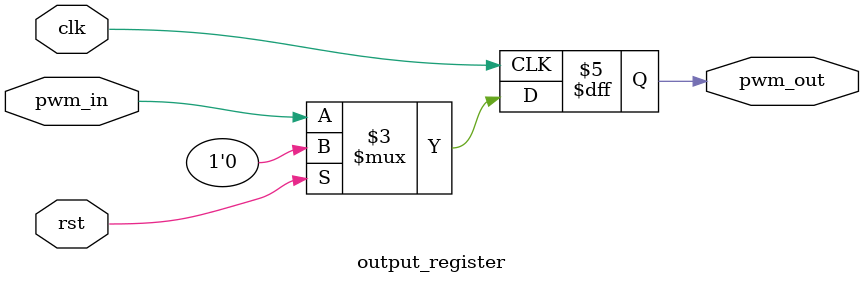
<source format=sv>
module pwm_generator_reset #(
  parameter COUNTER_SIZE = 8
)(
  input  wire                    clk,
  input  wire                    rst,
  input  wire [COUNTER_SIZE-1:0] duty_cycle,
  output wire                    pwm_out
);

  // Interface signals between submodules
  wire [COUNTER_SIZE-1:0] duty_cycle_reg;
  wire [COUNTER_SIZE-1:0] counter_value;
  wire                    pwm_comb;

  // Input Register Submodule
  duty_cycle_register #(
    .WIDTH(COUNTER_SIZE)
  ) duty_reg_inst (
    .clk          (clk),
    .rst          (rst),
    .duty_cycle_in(duty_cycle),
    .duty_cycle_out(duty_cycle_reg)
  );

  // Counter Submodule
  counter_module #(
    .COUNTER_WIDTH(COUNTER_SIZE)
  ) counter_inst (
    .clk          (clk),
    .rst          (rst),
    .counter_value(counter_value)
  );

  // Comparator Submodule
  pwm_comparator #(
    .WIDTH(COUNTER_SIZE)
  ) comparator_inst (
    .counter     (counter_value),
    .duty_cycle  (duty_cycle_reg),
    .pwm_comb    (pwm_comb)
  );

  // Output Register Submodule
  output_register output_reg_inst (
    .clk      (clk),
    .rst      (rst),
    .pwm_in   (pwm_comb),
    .pwm_out  (pwm_out)
  );

endmodule

//========================================================================
// Duty Cycle Register Submodule
//========================================================================
module duty_cycle_register #(
  parameter WIDTH = 8
)(
  input  wire             clk,
  input  wire             rst,
  input  wire [WIDTH-1:0] duty_cycle_in,
  output reg  [WIDTH-1:0] duty_cycle_out
);

  always @(posedge clk) begin
    if (rst) begin
      duty_cycle_out <= {WIDTH{1'b0}};
    end else begin
      duty_cycle_out <= duty_cycle_in;
    end
  end

endmodule

//========================================================================
// Counter Submodule
//========================================================================
module counter_module #(
  parameter COUNTER_WIDTH = 8
)(
  input  wire                   clk,
  input  wire                   rst,
  output reg [COUNTER_WIDTH-1:0] counter_value
);

  always @(posedge clk) begin
    if (rst) begin
      counter_value <= {COUNTER_WIDTH{1'b0}};
    end else begin
      counter_value <= counter_value + 1'b1;
    end
  end

endmodule

//========================================================================
// PWM Comparator Submodule
//========================================================================
module pwm_comparator #(
  parameter WIDTH = 8
)(
  input  wire [WIDTH-1:0] counter,
  input  wire [WIDTH-1:0] duty_cycle,
  output wire             pwm_comb
);

  // Comparison logic
  assign pwm_comb = (counter < duty_cycle);

endmodule

//========================================================================
// Output Register Submodule
//========================================================================
module output_register (
  input  wire clk,
  input  wire rst,
  input  wire pwm_in,
  output reg  pwm_out
);

  always @(posedge clk) begin
    if (rst) begin
      pwm_out <= 1'b0;
    end else begin
      pwm_out <= pwm_in;
    end
  end

endmodule
</source>
